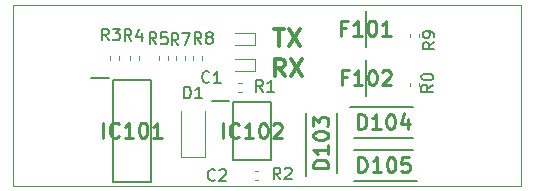
<source format=gbr>
%TF.GenerationSoftware,KiCad,Pcbnew,(5.1.10)-1*%
%TF.CreationDate,2021-09-03T06:36:39-07:00*%
%TF.ProjectId,Max 485 transmitter,4d617820-3438-4352-9074-72616e736d69,rev?*%
%TF.SameCoordinates,Original*%
%TF.FileFunction,Legend,Top*%
%TF.FilePolarity,Positive*%
%FSLAX46Y46*%
G04 Gerber Fmt 4.6, Leading zero omitted, Abs format (unit mm)*
G04 Created by KiCad (PCBNEW (5.1.10)-1) date 2021-09-03 06:36:39*
%MOMM*%
%LPD*%
G01*
G04 APERTURE LIST*
%ADD10C,0.300000*%
%ADD11C,0.120000*%
%ADD12C,0.200000*%
%ADD13C,0.254000*%
%ADD14C,0.150000*%
G04 APERTURE END LIST*
D10*
X126140400Y-53815371D02*
X125640400Y-53101085D01*
X125283257Y-53815371D02*
X125283257Y-52315371D01*
X125854685Y-52315371D01*
X125997542Y-52386800D01*
X126068971Y-52458228D01*
X126140400Y-52601085D01*
X126140400Y-52815371D01*
X126068971Y-52958228D01*
X125997542Y-53029657D01*
X125854685Y-53101085D01*
X125283257Y-53101085D01*
X126640400Y-52315371D02*
X127640400Y-53815371D01*
X127640400Y-52315371D02*
X126640400Y-53815371D01*
X125247542Y-49775371D02*
X126104685Y-49775371D01*
X125676114Y-51275371D02*
X125676114Y-49775371D01*
X126461828Y-49775371D02*
X127461828Y-51275371D01*
X127461828Y-49775371D02*
X126461828Y-51275371D01*
D11*
%TO.C,Converter101*%
X146173400Y-47769000D02*
X146173400Y-63069000D01*
X116173400Y-47769000D02*
X117173400Y-47769000D01*
X146173400Y-47769000D02*
X103173400Y-47769000D01*
X103173400Y-47769000D02*
X103173400Y-63069000D01*
X103173400Y-63069000D02*
X146173400Y-63069000D01*
D12*
%TO.C,F101*%
X132988080Y-48261460D02*
X132988080Y-51301460D01*
%TO.C,D103*%
X127962600Y-56923400D02*
X127962600Y-62268400D01*
X130558600Y-61963400D02*
X130558600Y-56923400D01*
%TO.C,D104*%
X137006000Y-56410800D02*
X131661000Y-56410800D01*
X131966000Y-59006800D02*
X137006000Y-59006800D01*
%TO.C,D105*%
X131991000Y-62639000D02*
X137336000Y-62639000D01*
X137031000Y-60043000D02*
X131991000Y-60043000D01*
D11*
%TO.C,R9*%
X136755000Y-50494541D02*
X136755000Y-50187259D01*
X137515000Y-50494541D02*
X137515000Y-50187259D01*
%TO.C,R8*%
X118340000Y-52426841D02*
X118340000Y-52119559D01*
X119100000Y-52426841D02*
X119100000Y-52119559D01*
%TO.C,R7*%
X116917000Y-52426841D02*
X116917000Y-52119559D01*
X117677000Y-52426841D02*
X117677000Y-52119559D01*
%TO.C,R5*%
X115520000Y-52426841D02*
X115520000Y-52119559D01*
X116280000Y-52426841D02*
X116280000Y-52119559D01*
%TO.C,R4*%
X113791000Y-52121559D02*
X113791000Y-52428841D01*
X113031000Y-52121559D02*
X113031000Y-52428841D01*
%TO.C,R3*%
X112089000Y-52119559D02*
X112089000Y-52426841D01*
X111329000Y-52119559D02*
X111329000Y-52426841D01*
%TO.C,R2*%
X123898641Y-62610000D02*
X123591359Y-62610000D01*
X123898641Y-61850000D02*
X123591359Y-61850000D01*
%TO.C,R1*%
X122221359Y-54331600D02*
X122528641Y-54331600D01*
X122221359Y-55091600D02*
X122528641Y-55091600D01*
%TO.C,R0*%
X136755000Y-54662041D02*
X136755000Y-54354759D01*
X137515000Y-54662041D02*
X137515000Y-54354759D01*
D12*
%TO.C,IC102*%
X121793000Y-56020800D02*
X124993000Y-56020800D01*
X124993000Y-56020800D02*
X124993000Y-60920800D01*
X124993000Y-60920800D02*
X121793000Y-60920800D01*
X121793000Y-60920800D02*
X121793000Y-56020800D01*
X119943000Y-55890800D02*
X121443000Y-55890800D01*
%TO.C,IC101*%
X111615000Y-54095000D02*
X114815000Y-54095000D01*
X114815000Y-54095000D02*
X114815000Y-62745000D01*
X114815000Y-62745000D02*
X111615000Y-62745000D01*
X111615000Y-62745000D02*
X111615000Y-54095000D01*
X109715000Y-53910000D02*
X111265000Y-53910000D01*
%TO.C,F102*%
X133010000Y-52455000D02*
X133010000Y-55495000D01*
D11*
%TO.C,D102*%
X123440000Y-51173000D02*
X121940000Y-51173000D01*
X123440000Y-51173000D02*
X123540000Y-51173000D01*
X123540000Y-51173000D02*
X123640000Y-51173000D01*
X123640000Y-51173000D02*
X123640000Y-50973000D01*
X123640000Y-50973000D02*
X123640000Y-50173000D01*
X123640000Y-50173000D02*
X121940000Y-50173000D01*
%TO.C,D101*%
X123414000Y-53357400D02*
X121914000Y-53357400D01*
X123414000Y-53357400D02*
X123514000Y-53357400D01*
X123514000Y-53357400D02*
X123614000Y-53357400D01*
X123614000Y-53357400D02*
X123614000Y-53157400D01*
X123614000Y-53157400D02*
X123614000Y-52357400D01*
X123614000Y-52357400D02*
X121914000Y-52357400D01*
%TO.C,D1*%
X117364000Y-60645600D02*
X119364000Y-60645600D01*
X119364000Y-60645600D02*
X119364000Y-56745600D01*
X117364000Y-60645600D02*
X117364000Y-56745600D01*
%TO.C,F101*%
D13*
X131355222Y-49690745D02*
X130931889Y-49690745D01*
X130931889Y-50355983D02*
X130931889Y-49085983D01*
X131536651Y-49085983D01*
X132685699Y-50355983D02*
X131959984Y-50355983D01*
X132322841Y-50355983D02*
X132322841Y-49085983D01*
X132201889Y-49267412D01*
X132080937Y-49388364D01*
X131959984Y-49448840D01*
X133471889Y-49085983D02*
X133592841Y-49085983D01*
X133713794Y-49146460D01*
X133774270Y-49206936D01*
X133834746Y-49327888D01*
X133895222Y-49569793D01*
X133895222Y-49872174D01*
X133834746Y-50114079D01*
X133774270Y-50235031D01*
X133713794Y-50295507D01*
X133592841Y-50355983D01*
X133471889Y-50355983D01*
X133350937Y-50295507D01*
X133290460Y-50235031D01*
X133229984Y-50114079D01*
X133169508Y-49872174D01*
X133169508Y-49569793D01*
X133229984Y-49327888D01*
X133290460Y-49206936D01*
X133350937Y-49146460D01*
X133471889Y-49085983D01*
X135104746Y-50355983D02*
X134379032Y-50355983D01*
X134741889Y-50355983D02*
X134741889Y-49085983D01*
X134620937Y-49267412D01*
X134499984Y-49388364D01*
X134379032Y-49448840D01*
%TO.C,D103*%
X129835123Y-61590304D02*
X128565123Y-61590304D01*
X128565123Y-61287923D01*
X128625600Y-61106495D01*
X128746552Y-60985542D01*
X128867504Y-60925066D01*
X129109409Y-60864590D01*
X129290838Y-60864590D01*
X129532742Y-60925066D01*
X129653695Y-60985542D01*
X129774647Y-61106495D01*
X129835123Y-61287923D01*
X129835123Y-61590304D01*
X129835123Y-59655066D02*
X129835123Y-60380780D01*
X129835123Y-60017923D02*
X128565123Y-60017923D01*
X128746552Y-60138876D01*
X128867504Y-60259828D01*
X128927980Y-60380780D01*
X128565123Y-58868876D02*
X128565123Y-58747923D01*
X128625600Y-58626971D01*
X128686076Y-58566495D01*
X128807028Y-58506019D01*
X129048933Y-58445542D01*
X129351314Y-58445542D01*
X129593219Y-58506019D01*
X129714171Y-58566495D01*
X129774647Y-58626971D01*
X129835123Y-58747923D01*
X129835123Y-58868876D01*
X129774647Y-58989828D01*
X129714171Y-59050304D01*
X129593219Y-59110780D01*
X129351314Y-59171257D01*
X129048933Y-59171257D01*
X128807028Y-59110780D01*
X128686076Y-59050304D01*
X128625600Y-58989828D01*
X128565123Y-58868876D01*
X128565123Y-58022209D02*
X128565123Y-57236019D01*
X129048933Y-57659352D01*
X129048933Y-57477923D01*
X129109409Y-57356971D01*
X129169885Y-57296495D01*
X129290838Y-57236019D01*
X129593219Y-57236019D01*
X129714171Y-57296495D01*
X129774647Y-57356971D01*
X129835123Y-57477923D01*
X129835123Y-57840780D01*
X129774647Y-57961733D01*
X129714171Y-58022209D01*
%TO.C,D104*%
X132339095Y-58283323D02*
X132339095Y-57013323D01*
X132641476Y-57013323D01*
X132822904Y-57073800D01*
X132943857Y-57194752D01*
X133004333Y-57315704D01*
X133064809Y-57557609D01*
X133064809Y-57739038D01*
X133004333Y-57980942D01*
X132943857Y-58101895D01*
X132822904Y-58222847D01*
X132641476Y-58283323D01*
X132339095Y-58283323D01*
X134274333Y-58283323D02*
X133548619Y-58283323D01*
X133911476Y-58283323D02*
X133911476Y-57013323D01*
X133790523Y-57194752D01*
X133669571Y-57315704D01*
X133548619Y-57376180D01*
X135060523Y-57013323D02*
X135181476Y-57013323D01*
X135302428Y-57073800D01*
X135362904Y-57134276D01*
X135423380Y-57255228D01*
X135483857Y-57497133D01*
X135483857Y-57799514D01*
X135423380Y-58041419D01*
X135362904Y-58162371D01*
X135302428Y-58222847D01*
X135181476Y-58283323D01*
X135060523Y-58283323D01*
X134939571Y-58222847D01*
X134879095Y-58162371D01*
X134818619Y-58041419D01*
X134758142Y-57799514D01*
X134758142Y-57497133D01*
X134818619Y-57255228D01*
X134879095Y-57134276D01*
X134939571Y-57073800D01*
X135060523Y-57013323D01*
X136572428Y-57436657D02*
X136572428Y-58283323D01*
X136270047Y-56952847D02*
X135967666Y-57859990D01*
X136753857Y-57859990D01*
%TO.C,D105*%
X132364095Y-61915523D02*
X132364095Y-60645523D01*
X132666476Y-60645523D01*
X132847904Y-60706000D01*
X132968857Y-60826952D01*
X133029333Y-60947904D01*
X133089809Y-61189809D01*
X133089809Y-61371238D01*
X133029333Y-61613142D01*
X132968857Y-61734095D01*
X132847904Y-61855047D01*
X132666476Y-61915523D01*
X132364095Y-61915523D01*
X134299333Y-61915523D02*
X133573619Y-61915523D01*
X133936476Y-61915523D02*
X133936476Y-60645523D01*
X133815523Y-60826952D01*
X133694571Y-60947904D01*
X133573619Y-61008380D01*
X135085523Y-60645523D02*
X135206476Y-60645523D01*
X135327428Y-60706000D01*
X135387904Y-60766476D01*
X135448380Y-60887428D01*
X135508857Y-61129333D01*
X135508857Y-61431714D01*
X135448380Y-61673619D01*
X135387904Y-61794571D01*
X135327428Y-61855047D01*
X135206476Y-61915523D01*
X135085523Y-61915523D01*
X134964571Y-61855047D01*
X134904095Y-61794571D01*
X134843619Y-61673619D01*
X134783142Y-61431714D01*
X134783142Y-61129333D01*
X134843619Y-60887428D01*
X134904095Y-60766476D01*
X134964571Y-60706000D01*
X135085523Y-60645523D01*
X136657904Y-60645523D02*
X136053142Y-60645523D01*
X135992666Y-61250285D01*
X136053142Y-61189809D01*
X136174095Y-61129333D01*
X136476476Y-61129333D01*
X136597428Y-61189809D01*
X136657904Y-61250285D01*
X136718380Y-61371238D01*
X136718380Y-61673619D01*
X136657904Y-61794571D01*
X136597428Y-61855047D01*
X136476476Y-61915523D01*
X136174095Y-61915523D01*
X136053142Y-61855047D01*
X135992666Y-61794571D01*
%TO.C,R9*%
D14*
X138806580Y-50915866D02*
X138330390Y-51249200D01*
X138806580Y-51487295D02*
X137806580Y-51487295D01*
X137806580Y-51106342D01*
X137854200Y-51011104D01*
X137901819Y-50963485D01*
X137997057Y-50915866D01*
X138139914Y-50915866D01*
X138235152Y-50963485D01*
X138282771Y-51011104D01*
X138330390Y-51106342D01*
X138330390Y-51487295D01*
X138806580Y-50439676D02*
X138806580Y-50249200D01*
X138758961Y-50153961D01*
X138711342Y-50106342D01*
X138568485Y-50011104D01*
X138378009Y-49963485D01*
X137997057Y-49963485D01*
X137901819Y-50011104D01*
X137854200Y-50058723D01*
X137806580Y-50153961D01*
X137806580Y-50344438D01*
X137854200Y-50439676D01*
X137901819Y-50487295D01*
X137997057Y-50534914D01*
X138235152Y-50534914D01*
X138330390Y-50487295D01*
X138378009Y-50439676D01*
X138425628Y-50344438D01*
X138425628Y-50153961D01*
X138378009Y-50058723D01*
X138330390Y-50011104D01*
X138235152Y-49963485D01*
%TO.C,R8*%
X119086733Y-51049180D02*
X118753400Y-50572990D01*
X118515304Y-51049180D02*
X118515304Y-50049180D01*
X118896257Y-50049180D01*
X118991495Y-50096800D01*
X119039114Y-50144419D01*
X119086733Y-50239657D01*
X119086733Y-50382514D01*
X119039114Y-50477752D01*
X118991495Y-50525371D01*
X118896257Y-50572990D01*
X118515304Y-50572990D01*
X119658161Y-50477752D02*
X119562923Y-50430133D01*
X119515304Y-50382514D01*
X119467685Y-50287276D01*
X119467685Y-50239657D01*
X119515304Y-50144419D01*
X119562923Y-50096800D01*
X119658161Y-50049180D01*
X119848638Y-50049180D01*
X119943876Y-50096800D01*
X119991495Y-50144419D01*
X120039114Y-50239657D01*
X120039114Y-50287276D01*
X119991495Y-50382514D01*
X119943876Y-50430133D01*
X119848638Y-50477752D01*
X119658161Y-50477752D01*
X119562923Y-50525371D01*
X119515304Y-50572990D01*
X119467685Y-50668228D01*
X119467685Y-50858704D01*
X119515304Y-50953942D01*
X119562923Y-51001561D01*
X119658161Y-51049180D01*
X119848638Y-51049180D01*
X119943876Y-51001561D01*
X119991495Y-50953942D01*
X120039114Y-50858704D01*
X120039114Y-50668228D01*
X119991495Y-50572990D01*
X119943876Y-50525371D01*
X119848638Y-50477752D01*
%TO.C,R7*%
X117130333Y-51178080D02*
X116797000Y-50701890D01*
X116558904Y-51178080D02*
X116558904Y-50178080D01*
X116939857Y-50178080D01*
X117035095Y-50225700D01*
X117082714Y-50273319D01*
X117130333Y-50368557D01*
X117130333Y-50511414D01*
X117082714Y-50606652D01*
X117035095Y-50654271D01*
X116939857Y-50701890D01*
X116558904Y-50701890D01*
X117463666Y-50178080D02*
X118130333Y-50178080D01*
X117701761Y-51178080D01*
%TO.C,R5*%
X115276133Y-51074580D02*
X114942800Y-50598390D01*
X114704704Y-51074580D02*
X114704704Y-50074580D01*
X115085657Y-50074580D01*
X115180895Y-50122200D01*
X115228514Y-50169819D01*
X115276133Y-50265057D01*
X115276133Y-50407914D01*
X115228514Y-50503152D01*
X115180895Y-50550771D01*
X115085657Y-50598390D01*
X114704704Y-50598390D01*
X116180895Y-50074580D02*
X115704704Y-50074580D01*
X115657085Y-50550771D01*
X115704704Y-50503152D01*
X115799942Y-50455533D01*
X116038038Y-50455533D01*
X116133276Y-50503152D01*
X116180895Y-50550771D01*
X116228514Y-50646009D01*
X116228514Y-50884104D01*
X116180895Y-50979342D01*
X116133276Y-51026961D01*
X116038038Y-51074580D01*
X115799942Y-51074580D01*
X115704704Y-51026961D01*
X115657085Y-50979342D01*
%TO.C,R4*%
X113168133Y-50820580D02*
X112834800Y-50344390D01*
X112596704Y-50820580D02*
X112596704Y-49820580D01*
X112977657Y-49820580D01*
X113072895Y-49868200D01*
X113120514Y-49915819D01*
X113168133Y-50011057D01*
X113168133Y-50153914D01*
X113120514Y-50249152D01*
X113072895Y-50296771D01*
X112977657Y-50344390D01*
X112596704Y-50344390D01*
X114025276Y-50153914D02*
X114025276Y-50820580D01*
X113787180Y-49772961D02*
X113549085Y-50487247D01*
X114168133Y-50487247D01*
%TO.C,R3*%
X111237533Y-50769780D02*
X110904200Y-50293590D01*
X110666104Y-50769780D02*
X110666104Y-49769780D01*
X111047057Y-49769780D01*
X111142295Y-49817400D01*
X111189914Y-49865019D01*
X111237533Y-49960257D01*
X111237533Y-50103114D01*
X111189914Y-50198352D01*
X111142295Y-50245971D01*
X111047057Y-50293590D01*
X110666104Y-50293590D01*
X111570866Y-49769780D02*
X112189914Y-49769780D01*
X111856580Y-50150733D01*
X111999438Y-50150733D01*
X112094676Y-50198352D01*
X112142295Y-50245971D01*
X112189914Y-50341209D01*
X112189914Y-50579304D01*
X112142295Y-50674542D01*
X112094676Y-50722161D01*
X111999438Y-50769780D01*
X111713723Y-50769780D01*
X111618485Y-50722161D01*
X111570866Y-50674542D01*
%TO.C,R2*%
X125766533Y-62529980D02*
X125433200Y-62053790D01*
X125195104Y-62529980D02*
X125195104Y-61529980D01*
X125576057Y-61529980D01*
X125671295Y-61577600D01*
X125718914Y-61625219D01*
X125766533Y-61720457D01*
X125766533Y-61863314D01*
X125718914Y-61958552D01*
X125671295Y-62006171D01*
X125576057Y-62053790D01*
X125195104Y-62053790D01*
X126147485Y-61625219D02*
X126195104Y-61577600D01*
X126290342Y-61529980D01*
X126528438Y-61529980D01*
X126623676Y-61577600D01*
X126671295Y-61625219D01*
X126718914Y-61720457D01*
X126718914Y-61815695D01*
X126671295Y-61958552D01*
X126099866Y-62529980D01*
X126718914Y-62529980D01*
%TO.C,R1*%
X124289133Y-55113180D02*
X123955800Y-54636990D01*
X123717704Y-55113180D02*
X123717704Y-54113180D01*
X124098657Y-54113180D01*
X124193895Y-54160800D01*
X124241514Y-54208419D01*
X124289133Y-54303657D01*
X124289133Y-54446514D01*
X124241514Y-54541752D01*
X124193895Y-54589371D01*
X124098657Y-54636990D01*
X123717704Y-54636990D01*
X125241514Y-55113180D02*
X124670085Y-55113180D01*
X124955800Y-55113180D02*
X124955800Y-54113180D01*
X124860561Y-54256038D01*
X124765323Y-54351276D01*
X124670085Y-54398895D01*
%TO.C,R0*%
X138704980Y-54522666D02*
X138228790Y-54856000D01*
X138704980Y-55094095D02*
X137704980Y-55094095D01*
X137704980Y-54713142D01*
X137752600Y-54617904D01*
X137800219Y-54570285D01*
X137895457Y-54522666D01*
X138038314Y-54522666D01*
X138133552Y-54570285D01*
X138181171Y-54617904D01*
X138228790Y-54713142D01*
X138228790Y-55094095D01*
X137704980Y-53903619D02*
X137704980Y-53808380D01*
X137752600Y-53713142D01*
X137800219Y-53665523D01*
X137895457Y-53617904D01*
X138085933Y-53570285D01*
X138324028Y-53570285D01*
X138514504Y-53617904D01*
X138609742Y-53665523D01*
X138657361Y-53713142D01*
X138704980Y-53808380D01*
X138704980Y-53903619D01*
X138657361Y-53998857D01*
X138609742Y-54046476D01*
X138514504Y-54094095D01*
X138324028Y-54141714D01*
X138085933Y-54141714D01*
X137895457Y-54094095D01*
X137800219Y-54046476D01*
X137752600Y-53998857D01*
X137704980Y-53903619D01*
%TO.C,IC102*%
D13*
X120943714Y-59045323D02*
X120943714Y-57775323D01*
X122274190Y-58924371D02*
X122213714Y-58984847D01*
X122032285Y-59045323D01*
X121911333Y-59045323D01*
X121729904Y-58984847D01*
X121608952Y-58863895D01*
X121548476Y-58742942D01*
X121488000Y-58501038D01*
X121488000Y-58319609D01*
X121548476Y-58077704D01*
X121608952Y-57956752D01*
X121729904Y-57835800D01*
X121911333Y-57775323D01*
X122032285Y-57775323D01*
X122213714Y-57835800D01*
X122274190Y-57896276D01*
X123483714Y-59045323D02*
X122758000Y-59045323D01*
X123120857Y-59045323D02*
X123120857Y-57775323D01*
X122999904Y-57956752D01*
X122878952Y-58077704D01*
X122758000Y-58138180D01*
X124269904Y-57775323D02*
X124390857Y-57775323D01*
X124511809Y-57835800D01*
X124572285Y-57896276D01*
X124632761Y-58017228D01*
X124693238Y-58259133D01*
X124693238Y-58561514D01*
X124632761Y-58803419D01*
X124572285Y-58924371D01*
X124511809Y-58984847D01*
X124390857Y-59045323D01*
X124269904Y-59045323D01*
X124148952Y-58984847D01*
X124088476Y-58924371D01*
X124028000Y-58803419D01*
X123967523Y-58561514D01*
X123967523Y-58259133D01*
X124028000Y-58017228D01*
X124088476Y-57896276D01*
X124148952Y-57835800D01*
X124269904Y-57775323D01*
X125177047Y-57896276D02*
X125237523Y-57835800D01*
X125358476Y-57775323D01*
X125660857Y-57775323D01*
X125781809Y-57835800D01*
X125842285Y-57896276D01*
X125902761Y-58017228D01*
X125902761Y-58138180D01*
X125842285Y-58319609D01*
X125116571Y-59045323D01*
X125902761Y-59045323D01*
%TO.C,IC101*%
X110765714Y-58994523D02*
X110765714Y-57724523D01*
X112096190Y-58873571D02*
X112035714Y-58934047D01*
X111854285Y-58994523D01*
X111733333Y-58994523D01*
X111551904Y-58934047D01*
X111430952Y-58813095D01*
X111370476Y-58692142D01*
X111310000Y-58450238D01*
X111310000Y-58268809D01*
X111370476Y-58026904D01*
X111430952Y-57905952D01*
X111551904Y-57785000D01*
X111733333Y-57724523D01*
X111854285Y-57724523D01*
X112035714Y-57785000D01*
X112096190Y-57845476D01*
X113305714Y-58994523D02*
X112580000Y-58994523D01*
X112942857Y-58994523D02*
X112942857Y-57724523D01*
X112821904Y-57905952D01*
X112700952Y-58026904D01*
X112580000Y-58087380D01*
X114091904Y-57724523D02*
X114212857Y-57724523D01*
X114333809Y-57785000D01*
X114394285Y-57845476D01*
X114454761Y-57966428D01*
X114515238Y-58208333D01*
X114515238Y-58510714D01*
X114454761Y-58752619D01*
X114394285Y-58873571D01*
X114333809Y-58934047D01*
X114212857Y-58994523D01*
X114091904Y-58994523D01*
X113970952Y-58934047D01*
X113910476Y-58873571D01*
X113850000Y-58752619D01*
X113789523Y-58510714D01*
X113789523Y-58208333D01*
X113850000Y-57966428D01*
X113910476Y-57845476D01*
X113970952Y-57785000D01*
X114091904Y-57724523D01*
X115724761Y-58994523D02*
X114999047Y-58994523D01*
X115361904Y-58994523D02*
X115361904Y-57724523D01*
X115240952Y-57905952D01*
X115120000Y-58026904D01*
X114999047Y-58087380D01*
%TO.C,F102*%
X131377142Y-53884285D02*
X130953809Y-53884285D01*
X130953809Y-54549523D02*
X130953809Y-53279523D01*
X131558571Y-53279523D01*
X132707619Y-54549523D02*
X131981904Y-54549523D01*
X132344761Y-54549523D02*
X132344761Y-53279523D01*
X132223809Y-53460952D01*
X132102857Y-53581904D01*
X131981904Y-53642380D01*
X133493809Y-53279523D02*
X133614761Y-53279523D01*
X133735714Y-53340000D01*
X133796190Y-53400476D01*
X133856666Y-53521428D01*
X133917142Y-53763333D01*
X133917142Y-54065714D01*
X133856666Y-54307619D01*
X133796190Y-54428571D01*
X133735714Y-54489047D01*
X133614761Y-54549523D01*
X133493809Y-54549523D01*
X133372857Y-54489047D01*
X133312380Y-54428571D01*
X133251904Y-54307619D01*
X133191428Y-54065714D01*
X133191428Y-53763333D01*
X133251904Y-53521428D01*
X133312380Y-53400476D01*
X133372857Y-53340000D01*
X133493809Y-53279523D01*
X134400952Y-53400476D02*
X134461428Y-53340000D01*
X134582380Y-53279523D01*
X134884761Y-53279523D01*
X135005714Y-53340000D01*
X135066190Y-53400476D01*
X135126666Y-53521428D01*
X135126666Y-53642380D01*
X135066190Y-53823809D01*
X134340476Y-54549523D01*
X135126666Y-54549523D01*
%TO.C,D1*%
D14*
X117625904Y-55672980D02*
X117625904Y-54672980D01*
X117864000Y-54672980D01*
X118006857Y-54720600D01*
X118102095Y-54815838D01*
X118149714Y-54911076D01*
X118197333Y-55101552D01*
X118197333Y-55244409D01*
X118149714Y-55434885D01*
X118102095Y-55530123D01*
X118006857Y-55625361D01*
X117864000Y-55672980D01*
X117625904Y-55672980D01*
X119149714Y-55672980D02*
X118578285Y-55672980D01*
X118864000Y-55672980D02*
X118864000Y-54672980D01*
X118768761Y-54815838D01*
X118673523Y-54911076D01*
X118578285Y-54958695D01*
%TO.C,C2*%
X120229333Y-62561742D02*
X120181714Y-62609361D01*
X120038857Y-62656980D01*
X119943619Y-62656980D01*
X119800761Y-62609361D01*
X119705523Y-62514123D01*
X119657904Y-62418885D01*
X119610285Y-62228409D01*
X119610285Y-62085552D01*
X119657904Y-61895076D01*
X119705523Y-61799838D01*
X119800761Y-61704600D01*
X119943619Y-61656980D01*
X120038857Y-61656980D01*
X120181714Y-61704600D01*
X120229333Y-61752219D01*
X120610285Y-61752219D02*
X120657904Y-61704600D01*
X120753142Y-61656980D01*
X120991238Y-61656980D01*
X121086476Y-61704600D01*
X121134095Y-61752219D01*
X121181714Y-61847457D01*
X121181714Y-61942695D01*
X121134095Y-62085552D01*
X120562666Y-62656980D01*
X121181714Y-62656980D01*
%TO.C,C1*%
X119772333Y-54272742D02*
X119724714Y-54320361D01*
X119581857Y-54367980D01*
X119486619Y-54367980D01*
X119343761Y-54320361D01*
X119248523Y-54225123D01*
X119200904Y-54129885D01*
X119153285Y-53939409D01*
X119153285Y-53796552D01*
X119200904Y-53606076D01*
X119248523Y-53510838D01*
X119343761Y-53415600D01*
X119486619Y-53367980D01*
X119581857Y-53367980D01*
X119724714Y-53415600D01*
X119772333Y-53463219D01*
X120724714Y-54367980D02*
X120153285Y-54367980D01*
X120439000Y-54367980D02*
X120439000Y-53367980D01*
X120343761Y-53510838D01*
X120248523Y-53606076D01*
X120153285Y-53653695D01*
%TD*%
M02*

</source>
